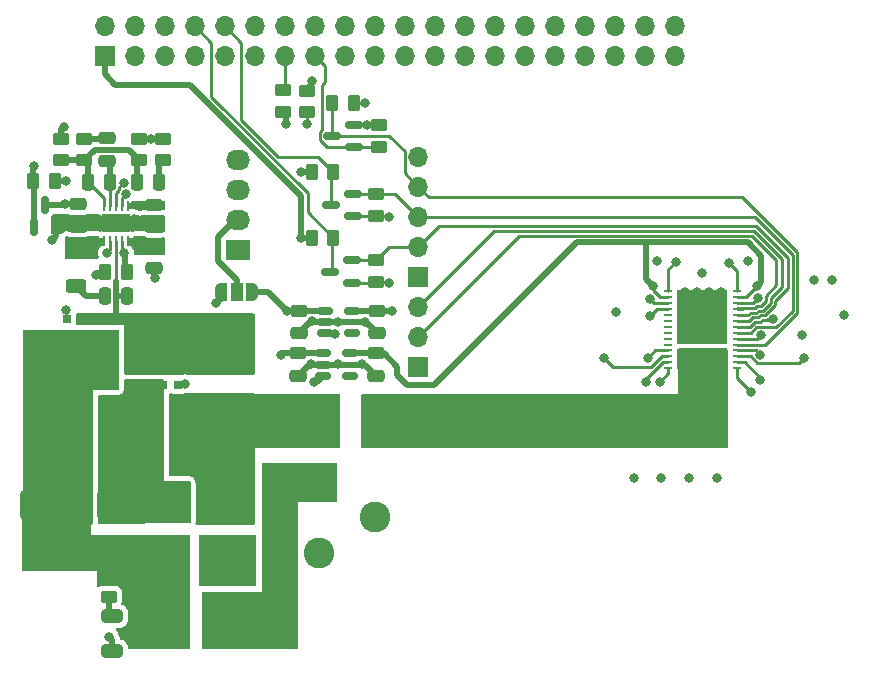
<source format=gtl>
G04 #@! TF.GenerationSoftware,KiCad,Pcbnew,7.0.7-7.0.7~ubuntu22.04.1*
G04 #@! TF.CreationDate,2023-10-22T18:43:05+02:00*
G04 #@! TF.ProjectId,bitaxeUltra,62697461-7865-4556-9c74-72612e6b6963,rev?*
G04 #@! TF.SameCoordinates,Original*
G04 #@! TF.FileFunction,Copper,L1,Top*
G04 #@! TF.FilePolarity,Positive*
%FSLAX46Y46*%
G04 Gerber Fmt 4.6, Leading zero omitted, Abs format (unit mm)*
G04 Created by KiCad (PCBNEW 7.0.7-7.0.7~ubuntu22.04.1) date 2023-10-22 18:43:05*
%MOMM*%
%LPD*%
G01*
G04 APERTURE LIST*
G04 Aperture macros list*
%AMRoundRect*
0 Rectangle with rounded corners*
0 $1 Rounding radius*
0 $2 $3 $4 $5 $6 $7 $8 $9 X,Y pos of 4 corners*
0 Add a 4 corners polygon primitive as box body*
4,1,4,$2,$3,$4,$5,$6,$7,$8,$9,$2,$3,0*
0 Add four circle primitives for the rounded corners*
1,1,$1+$1,$2,$3*
1,1,$1+$1,$4,$5*
1,1,$1+$1,$6,$7*
1,1,$1+$1,$8,$9*
0 Add four rect primitives between the rounded corners*
20,1,$1+$1,$2,$3,$4,$5,0*
20,1,$1+$1,$4,$5,$6,$7,0*
20,1,$1+$1,$6,$7,$8,$9,0*
20,1,$1+$1,$8,$9,$2,$3,0*%
%AMFreePoly0*
4,1,19,0.550000,-0.750000,0.000000,-0.750000,0.000000,-0.744911,-0.071157,-0.744911,-0.207708,-0.704816,-0.327430,-0.627875,-0.420627,-0.520320,-0.479746,-0.390866,-0.500000,-0.250000,-0.500000,0.250000,-0.479746,0.390866,-0.420627,0.520320,-0.327430,0.627875,-0.207708,0.704816,-0.071157,0.744911,0.000000,0.744911,0.000000,0.750000,0.550000,0.750000,0.550000,-0.750000,0.550000,-0.750000,
$1*%
%AMFreePoly1*
4,1,19,0.000000,0.744911,0.071157,0.744911,0.207708,0.704816,0.327430,0.627875,0.420627,0.520320,0.479746,0.390866,0.500000,0.250000,0.500000,-0.250000,0.479746,-0.390866,0.420627,-0.520320,0.327430,-0.627875,0.207708,-0.704816,0.071157,-0.744911,0.000000,-0.744911,0.000000,-0.750000,-0.550000,-0.750000,-0.550000,0.750000,0.000000,0.750000,0.000000,0.744911,0.000000,0.744911,
$1*%
G04 Aperture macros list end*
G04 #@! TA.AperFunction,SMDPad,CuDef*
%ADD10FreePoly0,180.000000*%
G04 #@! TD*
G04 #@! TA.AperFunction,SMDPad,CuDef*
%ADD11R,1.000000X1.500000*%
G04 #@! TD*
G04 #@! TA.AperFunction,SMDPad,CuDef*
%ADD12FreePoly1,180.000000*%
G04 #@! TD*
G04 #@! TA.AperFunction,SMDPad,CuDef*
%ADD13RoundRect,0.250000X-0.450000X0.262500X-0.450000X-0.262500X0.450000X-0.262500X0.450000X0.262500X0*%
G04 #@! TD*
G04 #@! TA.AperFunction,SMDPad,CuDef*
%ADD14R,4.245000X3.810000*%
G04 #@! TD*
G04 #@! TA.AperFunction,SMDPad,CuDef*
%ADD15RoundRect,0.150000X0.150000X-0.587500X0.150000X0.587500X-0.150000X0.587500X-0.150000X-0.587500X0*%
G04 #@! TD*
G04 #@! TA.AperFunction,ComponentPad*
%ADD16R,1.700000X1.700000*%
G04 #@! TD*
G04 #@! TA.AperFunction,ComponentPad*
%ADD17O,1.700000X1.700000*%
G04 #@! TD*
G04 #@! TA.AperFunction,SMDPad,CuDef*
%ADD18RoundRect,0.150000X-0.512500X-0.150000X0.512500X-0.150000X0.512500X0.150000X-0.512500X0.150000X0*%
G04 #@! TD*
G04 #@! TA.AperFunction,SMDPad,CuDef*
%ADD19RoundRect,0.250000X0.262500X0.450000X-0.262500X0.450000X-0.262500X-0.450000X0.262500X-0.450000X0*%
G04 #@! TD*
G04 #@! TA.AperFunction,SMDPad,CuDef*
%ADD20RoundRect,0.250000X-0.475000X0.250000X-0.475000X-0.250000X0.475000X-0.250000X0.475000X0.250000X0*%
G04 #@! TD*
G04 #@! TA.AperFunction,SMDPad,CuDef*
%ADD21RoundRect,0.250000X0.450000X-0.262500X0.450000X0.262500X-0.450000X0.262500X-0.450000X-0.262500X0*%
G04 #@! TD*
G04 #@! TA.AperFunction,SMDPad,CuDef*
%ADD22RoundRect,0.250000X0.250000X0.475000X-0.250000X0.475000X-0.250000X-0.475000X0.250000X-0.475000X0*%
G04 #@! TD*
G04 #@! TA.AperFunction,SMDPad,CuDef*
%ADD23RoundRect,0.250000X1.250000X0.550000X-1.250000X0.550000X-1.250000X-0.550000X1.250000X-0.550000X0*%
G04 #@! TD*
G04 #@! TA.AperFunction,SMDPad,CuDef*
%ADD24R,3.500000X2.950000*%
G04 #@! TD*
G04 #@! TA.AperFunction,SMDPad,CuDef*
%ADD25RoundRect,0.250000X-0.325000X-0.650000X0.325000X-0.650000X0.325000X0.650000X-0.325000X0.650000X0*%
G04 #@! TD*
G04 #@! TA.AperFunction,SMDPad,CuDef*
%ADD26RoundRect,0.250000X-1.000000X-0.900000X1.000000X-0.900000X1.000000X0.900000X-1.000000X0.900000X0*%
G04 #@! TD*
G04 #@! TA.AperFunction,SMDPad,CuDef*
%ADD27RoundRect,0.250000X-0.625000X0.312500X-0.625000X-0.312500X0.625000X-0.312500X0.625000X0.312500X0*%
G04 #@! TD*
G04 #@! TA.AperFunction,SMDPad,CuDef*
%ADD28RoundRect,0.250000X0.325000X0.650000X-0.325000X0.650000X-0.325000X-0.650000X0.325000X-0.650000X0*%
G04 #@! TD*
G04 #@! TA.AperFunction,ComponentPad*
%ADD29R,2.030000X1.730000*%
G04 #@! TD*
G04 #@! TA.AperFunction,ComponentPad*
%ADD30O,2.030000X1.730000*%
G04 #@! TD*
G04 #@! TA.AperFunction,SMDPad,CuDef*
%ADD31RoundRect,0.150000X0.587500X0.150000X-0.587500X0.150000X-0.587500X-0.150000X0.587500X-0.150000X0*%
G04 #@! TD*
G04 #@! TA.AperFunction,SMDPad,CuDef*
%ADD32R,0.700000X0.700000*%
G04 #@! TD*
G04 #@! TA.AperFunction,SMDPad,CuDef*
%ADD33R,4.510000X4.350000*%
G04 #@! TD*
G04 #@! TA.AperFunction,SMDPad,CuDef*
%ADD34RoundRect,0.250000X-0.250000X-0.475000X0.250000X-0.475000X0.250000X0.475000X-0.250000X0.475000X0*%
G04 #@! TD*
G04 #@! TA.AperFunction,SMDPad,CuDef*
%ADD35C,2.000000*%
G04 #@! TD*
G04 #@! TA.AperFunction,SMDPad,CuDef*
%ADD36R,0.792000X0.221000*%
G04 #@! TD*
G04 #@! TA.AperFunction,SMDPad,CuDef*
%ADD37R,4.277000X1.810000*%
G04 #@! TD*
G04 #@! TA.AperFunction,SMDPad,CuDef*
%ADD38R,4.277000X4.530000*%
G04 #@! TD*
G04 #@! TA.AperFunction,SMDPad,CuDef*
%ADD39RoundRect,0.250000X-0.262500X-0.450000X0.262500X-0.450000X0.262500X0.450000X-0.262500X0.450000X0*%
G04 #@! TD*
G04 #@! TA.AperFunction,SMDPad,CuDef*
%ADD40RoundRect,0.250000X-1.500000X-1.000000X1.500000X-1.000000X1.500000X1.000000X-1.500000X1.000000X0*%
G04 #@! TD*
G04 #@! TA.AperFunction,SMDPad,CuDef*
%ADD41RoundRect,0.250000X-0.650000X0.325000X-0.650000X-0.325000X0.650000X-0.325000X0.650000X0.325000X0*%
G04 #@! TD*
G04 #@! TA.AperFunction,SMDPad,CuDef*
%ADD42RoundRect,0.250000X0.475000X-0.250000X0.475000X0.250000X-0.475000X0.250000X-0.475000X-0.250000X0*%
G04 #@! TD*
G04 #@! TA.AperFunction,ComponentPad*
%ADD43R,2.600000X2.600000*%
G04 #@! TD*
G04 #@! TA.AperFunction,ComponentPad*
%ADD44C,2.600000*%
G04 #@! TD*
G04 #@! TA.AperFunction,SMDPad,CuDef*
%ADD45R,0.280000X0.850000*%
G04 #@! TD*
G04 #@! TA.AperFunction,ComponentPad*
%ADD46C,0.600000*%
G04 #@! TD*
G04 #@! TA.AperFunction,SMDPad,CuDef*
%ADD47R,0.700000X0.280000*%
G04 #@! TD*
G04 #@! TA.AperFunction,SMDPad,CuDef*
%ADD48R,2.400000X1.650000*%
G04 #@! TD*
G04 #@! TA.AperFunction,ViaPad*
%ADD49C,0.800000*%
G04 #@! TD*
G04 #@! TA.AperFunction,Conductor*
%ADD50C,0.508000*%
G04 #@! TD*
G04 #@! TA.AperFunction,Conductor*
%ADD51C,0.254000*%
G04 #@! TD*
G04 APERTURE END LIST*
D10*
X194200000Y-80500000D03*
D11*
X192900000Y-80500000D03*
D12*
X191600000Y-80500000D03*
D13*
X204724000Y-72239500D03*
X204724000Y-74064500D03*
D14*
X205511000Y-91694000D03*
X199136000Y-91694000D03*
D15*
X175708000Y-75010700D03*
X177608000Y-75010700D03*
X176658000Y-73135700D03*
D16*
X208280000Y-79248000D03*
D17*
X208280000Y-76708000D03*
X208280000Y-74168000D03*
X208280000Y-71628000D03*
X208280000Y-69088000D03*
D18*
X200255500Y-85730000D03*
X200255500Y-86680000D03*
X200255500Y-87630000D03*
X202530500Y-87630000D03*
X202530500Y-85730000D03*
D19*
X183592200Y-78873800D03*
X181767200Y-78873800D03*
D20*
X185949314Y-76636937D03*
X185949314Y-78536937D03*
D19*
X177519700Y-71126800D03*
X175694700Y-71126800D03*
D21*
X198882000Y-65325000D03*
X198882000Y-63500000D03*
D22*
X186360800Y-71201337D03*
X184460800Y-71201337D03*
D23*
X191222200Y-97572300D03*
X186822200Y-97572300D03*
D13*
X184648800Y-67545637D03*
X184648800Y-69370637D03*
D24*
X192331700Y-85325400D03*
X192331700Y-90775400D03*
D13*
X186630000Y-67545637D03*
X186630000Y-69370637D03*
D25*
X180034500Y-90354600D03*
X182984500Y-90354600D03*
D26*
X187334000Y-103124000D03*
X191634000Y-103124000D03*
D27*
X179294514Y-77104837D03*
X179294514Y-80029837D03*
D13*
X178075314Y-67545637D03*
X178075314Y-69370637D03*
D28*
X187814100Y-92742200D03*
X184864100Y-92742200D03*
D19*
X201094250Y-70358000D03*
X199269250Y-70358000D03*
D13*
X180005714Y-67545637D03*
X180005714Y-69370637D03*
D19*
X201094250Y-75946000D03*
X199269250Y-75946000D03*
D20*
X204827500Y-82108000D03*
X204827500Y-84008000D03*
D29*
X192994000Y-76952000D03*
D30*
X192994000Y-74412000D03*
X192994000Y-71872000D03*
X192994000Y-69332000D03*
D16*
X181737000Y-60568000D03*
D17*
X181737000Y-58028000D03*
X184277000Y-60568000D03*
X184277000Y-58028000D03*
X186817000Y-60568000D03*
X186817000Y-58028000D03*
X189357000Y-60568000D03*
X189357000Y-58028000D03*
X191897000Y-60568000D03*
X191897000Y-58028000D03*
X194437000Y-60568000D03*
X194437000Y-58028000D03*
X196977000Y-60568000D03*
X196977000Y-58028000D03*
X199517000Y-60568000D03*
X199517000Y-58028000D03*
X202057000Y-60568000D03*
X202057000Y-58028000D03*
X204597000Y-60568000D03*
X204597000Y-58028000D03*
X207137000Y-60568000D03*
X207137000Y-58028000D03*
X209677000Y-60568000D03*
X209677000Y-58028000D03*
X212217000Y-60568000D03*
X212217000Y-58028000D03*
X214757000Y-60568000D03*
X214757000Y-58028000D03*
X217297000Y-60568000D03*
X217297000Y-58028000D03*
X219837000Y-60568000D03*
X219837000Y-58028000D03*
X222377000Y-60568000D03*
X222377000Y-58028000D03*
X224917000Y-60568000D03*
X224917000Y-58028000D03*
X227457000Y-60568000D03*
X227457000Y-58028000D03*
X229997000Y-60568000D03*
X229997000Y-58028000D03*
D31*
X202692000Y-79756000D03*
X202692000Y-77856000D03*
X200817000Y-78806000D03*
D32*
X182322200Y-82804800D03*
X181052200Y-82804800D03*
X179782200Y-82804800D03*
X178512200Y-82804800D03*
D33*
X180417200Y-85934800D03*
D32*
X182322200Y-88404800D03*
X181052200Y-88404800D03*
X179782200Y-88404800D03*
X178512200Y-88404800D03*
X184100200Y-88404800D03*
X185370200Y-88404800D03*
X186640200Y-88404800D03*
X187910200Y-88404800D03*
D33*
X186005200Y-85274800D03*
D32*
X184100200Y-82804800D03*
X185370200Y-82804800D03*
X186640200Y-82804800D03*
X187910200Y-82804800D03*
D34*
X181729700Y-80905800D03*
X183629700Y-80905800D03*
D20*
X179452000Y-73123200D03*
X179452000Y-75023200D03*
X198091000Y-85730000D03*
X198091000Y-87630000D03*
D13*
X182118000Y-104497500D03*
X182118000Y-106322500D03*
D20*
X198223500Y-82108000D03*
X198223500Y-84008000D03*
D35*
X192786000Y-94488000D03*
D36*
X235263000Y-86997000D03*
X235263000Y-86495000D03*
X235263000Y-85993000D03*
X235263000Y-85491000D03*
X235263000Y-84989000D03*
X235263000Y-84487000D03*
X235263000Y-83985000D03*
X235263000Y-83483000D03*
X235263000Y-82981000D03*
X235263000Y-82479000D03*
X235263000Y-81977000D03*
X235263000Y-81475000D03*
X235263000Y-80973000D03*
X235263000Y-80471000D03*
X229431000Y-80484000D03*
X229431000Y-80984000D03*
X229431000Y-81484000D03*
X229431000Y-81984000D03*
X229431000Y-82484000D03*
X229431000Y-82981000D03*
X229431000Y-83484000D03*
X229431000Y-83985000D03*
X229431000Y-84487000D03*
X229431000Y-84989000D03*
X229431000Y-85491000D03*
X229431000Y-85984000D03*
X229431000Y-86495000D03*
X229431000Y-86984000D03*
D37*
X232347000Y-86202000D03*
D38*
X232347000Y-82626000D03*
D39*
X201017500Y-64516000D03*
X202842500Y-64516000D03*
D40*
X176374200Y-98552000D03*
X182874200Y-98552000D03*
D21*
X196850000Y-65278000D03*
X196850000Y-63453000D03*
D41*
X182372000Y-107999000D03*
X182372000Y-110949000D03*
D20*
X204695000Y-85730000D03*
X204695000Y-87630000D03*
D42*
X181936114Y-69408137D03*
X181936114Y-67508137D03*
D25*
X180034500Y-92742200D03*
X182984500Y-92742200D03*
D28*
X187814100Y-90354600D03*
X184864100Y-90354600D03*
D16*
X208280000Y-86868000D03*
D17*
X208280000Y-84328000D03*
X208280000Y-81788000D03*
D43*
X199898000Y-96616000D03*
D44*
X199898000Y-102616000D03*
X204598000Y-99616000D03*
D14*
X186157000Y-108204000D03*
X192532000Y-108204000D03*
D31*
X202789000Y-74102000D03*
X202789000Y-72202000D03*
X200914000Y-73152000D03*
D18*
X200388000Y-82108000D03*
X200388000Y-83058000D03*
X200388000Y-84008000D03*
X202663000Y-84008000D03*
X202663000Y-82108000D03*
D45*
X183701714Y-73259537D03*
X183201714Y-73259537D03*
X182701714Y-73259537D03*
X182201714Y-73259537D03*
X181701714Y-73259537D03*
X181701714Y-76209537D03*
X182201714Y-76209537D03*
X182701714Y-76209537D03*
X183201714Y-76209537D03*
X183701714Y-76209537D03*
D46*
X183561714Y-74254537D03*
X181841714Y-74254537D03*
D47*
X184251714Y-74484537D03*
X181151714Y-74484537D03*
D46*
X182701714Y-74734537D03*
D48*
X182701714Y-74734537D03*
D47*
X184251714Y-74984537D03*
X181151714Y-74984537D03*
D46*
X183561714Y-75214537D03*
X181841714Y-75214537D03*
D31*
X202867500Y-68260000D03*
X202867500Y-66360000D03*
X200992500Y-67310000D03*
D22*
X182190114Y-71201337D03*
X180290114Y-71201337D03*
D13*
X204724000Y-77827500D03*
X204724000Y-79652500D03*
D20*
X185949314Y-73146937D03*
X185949314Y-75046937D03*
D13*
X204978000Y-66397500D03*
X204978000Y-68222500D03*
D49*
X177200000Y-84300000D03*
X184700000Y-73259537D03*
X191200000Y-81500000D03*
X184900000Y-101900000D03*
X186005200Y-89762800D03*
X236205209Y-77901612D03*
X186005200Y-92762800D03*
X233934000Y-83362800D03*
X231902000Y-83362800D03*
X181755200Y-89762800D03*
X230886000Y-83362800D03*
X186005200Y-93762800D03*
X240792000Y-84201000D03*
X231902000Y-80568800D03*
X181039970Y-79135647D03*
X232918000Y-80568800D03*
X231902000Y-81889600D03*
X232918000Y-83362800D03*
X181755200Y-90762800D03*
X232308400Y-78892400D03*
X178308000Y-66548000D03*
X203962000Y-66360000D03*
X226517200Y-96316800D03*
X230886000Y-81889600D03*
X244348000Y-82484000D03*
X230886000Y-80568800D03*
X182118000Y-109728000D03*
X228854000Y-96316800D03*
X186005200Y-90762800D03*
X178436000Y-71126800D03*
X201525500Y-83058000D03*
X186005200Y-91762800D03*
X233934000Y-80568800D03*
X233578400Y-96316800D03*
X233934000Y-81889600D03*
X193548000Y-103124000D03*
X177267600Y-76105200D03*
X232918000Y-81889600D03*
X203557500Y-86614000D03*
X228472036Y-77890343D03*
X199239500Y-86614000D03*
X181755200Y-91762800D03*
X181755200Y-93762800D03*
X201525500Y-86614000D03*
X231241600Y-96316800D03*
X203811500Y-83058000D03*
X181755200Y-92762800D03*
X185970921Y-79351268D03*
X199268711Y-83028789D03*
X205843500Y-74168000D03*
X206031502Y-82107998D03*
X243332000Y-79502000D03*
X203811500Y-64516000D03*
X241808000Y-79502000D03*
X205843500Y-79756000D03*
X230073200Y-77978000D03*
X234600000Y-78100000D03*
X237236000Y-85852000D03*
X240919000Y-86106000D03*
X237236000Y-88011000D03*
X236474000Y-89027000D03*
X233629200Y-93319600D03*
X228904800Y-93319600D03*
X230886000Y-87833200D03*
X231902000Y-87833200D03*
X226517200Y-93268800D03*
X232918000Y-86868000D03*
X233934000Y-86868000D03*
X233934000Y-87833200D03*
X231241600Y-93319600D03*
X230886000Y-86868000D03*
X231902000Y-86868000D03*
X232918000Y-87833200D03*
X228727000Y-88138000D03*
X227584000Y-88138000D03*
X224028000Y-86106000D03*
X227711000Y-86106000D03*
X196699500Y-85852000D03*
X197207500Y-82108000D03*
X199493500Y-88138004D03*
X201271500Y-84074000D03*
X228193600Y-80060844D03*
X236982000Y-80060800D03*
X224993200Y-82245200D03*
X238316028Y-82813879D03*
X237295975Y-84186015D03*
X197104000Y-66294000D03*
X198374000Y-70358000D03*
X198374000Y-75946000D03*
X198882000Y-66294000D03*
X237032800Y-81026000D03*
X227914061Y-81123655D03*
X183337536Y-71318611D03*
X175768000Y-69850000D03*
X183389000Y-77248200D03*
X188519800Y-88322600D03*
X181966600Y-77248200D03*
X178461400Y-82074200D03*
X183551503Y-72246155D03*
X178334400Y-73108000D03*
X185674000Y-67545637D03*
X189484000Y-90354600D03*
X199307706Y-62655706D03*
X227888800Y-82600800D03*
D50*
X180417200Y-85934800D02*
X178834800Y-85934800D01*
X178834800Y-85934800D02*
X177200000Y-84300000D01*
D51*
X184700000Y-73259537D02*
X185836714Y-73259537D01*
X183701714Y-73259537D02*
X184700000Y-73259537D01*
D50*
X194200000Y-80500000D02*
X195599500Y-80500000D01*
X195599500Y-80500000D02*
X197207500Y-82108000D01*
X191600000Y-80500000D02*
X191600000Y-81100000D01*
X191600000Y-81100000D02*
X191200000Y-81500000D01*
X192900000Y-80500000D02*
X192900000Y-79550800D01*
X192900000Y-79550800D02*
X191300000Y-77950800D01*
X191300000Y-77950800D02*
X191300000Y-75900000D01*
X191300000Y-75900000D02*
X192788000Y-74412000D01*
X192788000Y-74412000D02*
X192994000Y-74412000D01*
D51*
X235263000Y-78763000D02*
X234600000Y-78100000D01*
X235263000Y-80471000D02*
X235263000Y-78763000D01*
D50*
X199239500Y-86614000D02*
X199173500Y-86680000D01*
X200255500Y-86680000D02*
X199305500Y-86680000D01*
X201525500Y-83058000D02*
X203811500Y-83058000D01*
X200388000Y-83058000D02*
X201525500Y-83058000D01*
X199202711Y-83028789D02*
X199268711Y-83028789D01*
X182984500Y-92742200D02*
X184864100Y-92742200D01*
X179452000Y-75023200D02*
X181113051Y-75023200D01*
X203557500Y-86614000D02*
X203623500Y-86680000D01*
X178075314Y-66780686D02*
X178308000Y-66548000D01*
X177519700Y-71126800D02*
X178436000Y-71126800D01*
X203491500Y-86680000D02*
X203557500Y-86614000D01*
X199297922Y-83058000D02*
X199268711Y-83028789D01*
X182372000Y-109982000D02*
X182118000Y-109728000D01*
X181301817Y-78873800D02*
X181039970Y-79135647D01*
X199041000Y-86680000D02*
X198091000Y-87630000D01*
X199305500Y-86680000D02*
X199239500Y-86614000D01*
X185949314Y-79329661D02*
X185970921Y-79351268D01*
X203623500Y-86680000D02*
X203745000Y-86680000D01*
D51*
X204940500Y-66360000D02*
X204978000Y-66397500D01*
D50*
X185172600Y-88392000D02*
X186436000Y-88392000D01*
X203745000Y-86680000D02*
X204695000Y-87630000D01*
X183874300Y-88392000D02*
X185172600Y-88392000D01*
X200388000Y-83058000D02*
X199297922Y-83058000D01*
X201591500Y-86680000D02*
X203491500Y-86680000D01*
X200255500Y-86680000D02*
X201459500Y-86680000D01*
X183729314Y-75046937D02*
X183561714Y-75214537D01*
X181767200Y-78873800D02*
X181301817Y-78873800D01*
X199173500Y-86680000D02*
X199041000Y-86680000D01*
X184864100Y-88700500D02*
X185172600Y-88392000D01*
X178075314Y-67545637D02*
X178075314Y-66780686D01*
X182372000Y-110695000D02*
X182372000Y-109982000D01*
X203811500Y-83058000D02*
X203877500Y-83058000D01*
X185949314Y-75046937D02*
X183729314Y-75046937D01*
X181113051Y-75023200D02*
X181151714Y-74984537D01*
X177608000Y-75010700D02*
X177608000Y-75764800D01*
X177608000Y-75764800D02*
X177267600Y-76105200D01*
X185949314Y-78536937D02*
X185949314Y-79329661D01*
X182984500Y-90354600D02*
X184864100Y-90354600D01*
X184864100Y-90354600D02*
X184864100Y-88700500D01*
X184864100Y-92742200D02*
X184864100Y-90354600D01*
X198223500Y-84008000D02*
X199202711Y-83028789D01*
X203877500Y-83058000D02*
X204827500Y-84008000D01*
X201525500Y-86614000D02*
X201591500Y-86680000D01*
D51*
X202867500Y-66360000D02*
X204940500Y-66360000D01*
D50*
X201459500Y-86680000D02*
X201525500Y-86614000D01*
X204827500Y-82108000D02*
X206031500Y-82108000D01*
D51*
X202842500Y-64516000D02*
X203811500Y-64516000D01*
X204724000Y-74064500D02*
X205740000Y-74064500D01*
X202692000Y-79756000D02*
X204620500Y-79756000D01*
X204686500Y-74102000D02*
X204724000Y-74064500D01*
X204620500Y-79756000D02*
X204724000Y-79652500D01*
X205740000Y-74064500D02*
X205843500Y-74168000D01*
X229431000Y-80484000D02*
X229431000Y-78620200D01*
X205740000Y-79652500D02*
X205843500Y-79756000D01*
X229431000Y-78620200D02*
X230073200Y-77978000D01*
D50*
X206031500Y-82108000D02*
X206031502Y-82107998D01*
X202663000Y-82108000D02*
X204827500Y-82108000D01*
D51*
X202789000Y-74102000D02*
X204686500Y-74102000D01*
X204724000Y-79652500D02*
X205740000Y-79652500D01*
X236875000Y-85491000D02*
X237236000Y-85852000D01*
X235263000Y-85491000D02*
X236875000Y-85491000D01*
X240493600Y-86531400D02*
X240919000Y-86106000D01*
X236954583Y-86531400D02*
X240493600Y-86531400D01*
X235263000Y-85993000D02*
X236416183Y-85993000D01*
X236416183Y-85993000D02*
X236954583Y-86531400D01*
X237236000Y-87818000D02*
X237236000Y-88011000D01*
X235263000Y-86495000D02*
X235913000Y-86495000D01*
X235913000Y-86495000D02*
X237236000Y-87818000D01*
X235263000Y-87816000D02*
X236474000Y-89027000D01*
X235263000Y-86997000D02*
X235263000Y-87816000D01*
X229431000Y-87434000D02*
X228727000Y-88138000D01*
X229431000Y-86984000D02*
X229431000Y-87434000D01*
X228973000Y-86495000D02*
X227584000Y-87884000D01*
X227584000Y-87884000D02*
X227584000Y-88138000D01*
X229431000Y-86495000D02*
X228973000Y-86495000D01*
X229431000Y-85984000D02*
X228909264Y-85984000D01*
X228909264Y-85984000D02*
X228025264Y-86868000D01*
X224790000Y-86868000D02*
X224028000Y-86106000D01*
X228025264Y-86868000D02*
X224790000Y-86868000D01*
X229431000Y-85491000D02*
X228326000Y-85491000D01*
X228326000Y-85491000D02*
X227711000Y-86106000D01*
D50*
X198091000Y-85730000D02*
X196821500Y-85730000D01*
X198091000Y-85730000D02*
X200255500Y-85730000D01*
X201205500Y-84008000D02*
X201271500Y-84074000D01*
X200388000Y-84008000D02*
X201205500Y-84008000D01*
X196821500Y-85730000D02*
X196699500Y-85852000D01*
X199747496Y-88138004D02*
X199493500Y-88138004D01*
X200255500Y-87630000D02*
X199747496Y-88138004D01*
X198223500Y-82108000D02*
X200388000Y-82108000D01*
X202530500Y-85730000D02*
X204695000Y-85730000D01*
D51*
X229431000Y-80984000D02*
X228781000Y-80984000D01*
D50*
X206502000Y-86868000D02*
X206502000Y-87602800D01*
D51*
X236069800Y-80973000D02*
X236982000Y-80060800D01*
D50*
X204695000Y-85730000D02*
X205364000Y-85730000D01*
X237337600Y-79705200D02*
X236982000Y-80060800D01*
X206502000Y-87602800D02*
X207291200Y-88392000D01*
D51*
X228193600Y-80396600D02*
X228193600Y-80060844D01*
D50*
X205364000Y-85730000D02*
X206502000Y-86868000D01*
X227584000Y-76301600D02*
X236169200Y-76301600D01*
X221691200Y-76301600D02*
X227584000Y-76301600D01*
X236169200Y-76301600D02*
X237337600Y-77470000D01*
X227584000Y-76301600D02*
X227584000Y-79451244D01*
X237337600Y-77470000D02*
X237337600Y-79705200D01*
X207291200Y-88392000D02*
X209600800Y-88392000D01*
D51*
X228781000Y-80984000D02*
X228193600Y-80396600D01*
D50*
X227584000Y-79451244D02*
X228193600Y-80060844D01*
D51*
X235263000Y-80973000D02*
X236069800Y-80973000D01*
D50*
X209600800Y-88392000D02*
X221691200Y-76301600D01*
D51*
X239572800Y-80240689D02*
X239572800Y-77657264D01*
X204695500Y-77856000D02*
X204724000Y-77827500D01*
X202692000Y-77856000D02*
X204695500Y-77856000D01*
X237088808Y-82694200D02*
X237264808Y-82518200D01*
X238525000Y-81288489D02*
X239572800Y-80240689D01*
X236870935Y-74955399D02*
X210032601Y-74955399D01*
X236296999Y-82981000D02*
X236583801Y-82694200D01*
X239572800Y-77657264D02*
X236870935Y-74955399D01*
X236583801Y-82694200D02*
X237088808Y-82694200D01*
X238525000Y-81644089D02*
X238525000Y-81288489D01*
X204724000Y-77827500D02*
X205843500Y-76708000D01*
X237264808Y-82518200D02*
X237650889Y-82518200D01*
X235263000Y-82981000D02*
X236296999Y-82981000D01*
X210032601Y-74955399D02*
X208280000Y-76708000D01*
X205843500Y-76708000D02*
X208280000Y-76708000D01*
X237650889Y-82518200D02*
X238525000Y-81644089D01*
X238482123Y-83507000D02*
X238495844Y-83493279D01*
X238495844Y-83493279D02*
X238597445Y-83493279D01*
X236778800Y-74168000D02*
X208280000Y-74168000D01*
X206351500Y-72239500D02*
X204724000Y-72239500D01*
X236920473Y-83507000D02*
X238482123Y-83507000D01*
X239979200Y-77368400D02*
X236778800Y-74168000D01*
X204686500Y-72202000D02*
X204724000Y-72239500D01*
X236442472Y-83985000D02*
X236920473Y-83507000D01*
X208280000Y-74168000D02*
X206351500Y-72239500D01*
X202789000Y-72202000D02*
X204686500Y-72202000D01*
X238597445Y-83493279D02*
X239979200Y-82111524D01*
X235263000Y-83985000D02*
X236442472Y-83985000D01*
X239979200Y-82111524D02*
X239979200Y-77368400D01*
X209152000Y-72500000D02*
X208280000Y-71628000D01*
X240385600Y-82279860D02*
X240385600Y-77165200D01*
X235720400Y-72500000D02*
X209152000Y-72500000D01*
X207150600Y-68617100D02*
X207150600Y-70498600D01*
X240385600Y-77165200D02*
X235720400Y-72500000D01*
X235263000Y-84989000D02*
X237676460Y-84989000D01*
X205843500Y-67310000D02*
X207150600Y-68617100D01*
X201017500Y-67285000D02*
X200992500Y-67310000D01*
X205843500Y-67310000D02*
X200992500Y-67310000D01*
X201017500Y-64516000D02*
X201017500Y-67285000D01*
X207150600Y-70498600D02*
X208280000Y-71628000D01*
X237676460Y-84989000D02*
X240385600Y-82279860D01*
X237929946Y-82813879D02*
X238316028Y-82813879D01*
X236369736Y-83483000D02*
X236752137Y-83100600D01*
X237819225Y-82924600D02*
X237929946Y-82813879D01*
X237433144Y-82924600D02*
X237819225Y-82924600D01*
X237257144Y-83100600D02*
X237433144Y-82924600D01*
X235263000Y-83483000D02*
X236369736Y-83483000D01*
X236752137Y-83100600D02*
X237257144Y-83100600D01*
X235263000Y-84487000D02*
X236994990Y-84487000D01*
X236994990Y-84487000D02*
X237295975Y-84186015D01*
X236920472Y-82287800D02*
X237096472Y-82111800D01*
X214706201Y-75361799D02*
X208280000Y-81788000D01*
X237096472Y-82111800D02*
X237482553Y-82111800D01*
X236224266Y-82479000D02*
X236415466Y-82287800D01*
X236415466Y-82287800D02*
X236920472Y-82287800D01*
X238118600Y-81475753D02*
X238118600Y-81069353D01*
X236702599Y-75361799D02*
X214706201Y-75361799D01*
X239064800Y-77724000D02*
X236702599Y-75361799D01*
X237482553Y-82111800D02*
X238118600Y-81475753D01*
X239064800Y-80123153D02*
X239064800Y-77724000D01*
X238118600Y-81069353D02*
X239064800Y-80123153D01*
X235263000Y-82479000D02*
X236224266Y-82479000D01*
X236928136Y-81705400D02*
X237314217Y-81705400D01*
X237712200Y-81307417D02*
X237712200Y-80850217D01*
X235263000Y-81977000D02*
X235358600Y-81881400D01*
X238607600Y-79954817D02*
X238607600Y-77841536D01*
X216839801Y-75768199D02*
X208280000Y-84328000D01*
X238607600Y-77841536D02*
X236534263Y-75768199D01*
X236534263Y-75768199D02*
X216839801Y-75768199D01*
X235263000Y-81977000D02*
X235777000Y-81977000D01*
X237314217Y-81705400D02*
X237712200Y-81307417D01*
X236752136Y-81881400D02*
X236928136Y-81705400D01*
X237712200Y-80850217D02*
X238607600Y-79954817D01*
X235358600Y-81881400D02*
X236752136Y-81881400D01*
D50*
X199269250Y-70358000D02*
X198374000Y-70358000D01*
X181737000Y-60568000D02*
X181737000Y-62103000D01*
X188976000Y-62992000D02*
X198374000Y-72390000D01*
D51*
X198882000Y-65325000D02*
X198882000Y-66294000D01*
D50*
X198374000Y-72390000D02*
X198374000Y-75946000D01*
X181737000Y-62103000D02*
X182626000Y-62992000D01*
X197104000Y-66294000D02*
X197104000Y-65278000D01*
X199269250Y-75946000D02*
X198374000Y-75946000D01*
X182626000Y-62992000D02*
X188976000Y-62992000D01*
D51*
X236583800Y-81475000D02*
X237032800Y-81026000D01*
X235263000Y-81475000D02*
X236583800Y-81475000D01*
X229431000Y-81484000D02*
X228274406Y-81484000D01*
X228274406Y-81484000D02*
X227914061Y-81123655D01*
X202867500Y-68260000D02*
X200597737Y-68260000D01*
X204940500Y-68260000D02*
X204978000Y-68222500D01*
X200367000Y-62777000D02*
X200367000Y-61418000D01*
X200367000Y-61418000D02*
X199517000Y-60568000D01*
X200152000Y-66805737D02*
X200152000Y-62992000D01*
X200597737Y-68260000D02*
X199975600Y-67637863D01*
X202867500Y-68260000D02*
X204940500Y-68260000D01*
X199975600Y-67637863D02*
X199975600Y-66982137D01*
X199975600Y-66982137D02*
X200152000Y-66805737D01*
X200152000Y-62992000D02*
X200367000Y-62777000D01*
X196977000Y-63326000D02*
X197104000Y-63453000D01*
X182969514Y-71895622D02*
X182701714Y-72163422D01*
X182969514Y-71686633D02*
X182969514Y-71895622D01*
X183337536Y-71318611D02*
X182969514Y-71686633D01*
X182701714Y-72163422D02*
X182701714Y-73259537D01*
X196977000Y-60568000D02*
X196977000Y-63326000D01*
D50*
X175708000Y-75010700D02*
X175708000Y-71140100D01*
X175694700Y-69923300D02*
X175768000Y-69850000D01*
X175694700Y-71126800D02*
X175694700Y-69923300D01*
X175708000Y-71140100D02*
X175694700Y-71126800D01*
D51*
X193307600Y-65994522D02*
X196401078Y-69088000D01*
X200914000Y-70461500D02*
X200914000Y-73152000D01*
X191897000Y-58028000D02*
X193307600Y-59438600D01*
X201017500Y-70358000D02*
X200914000Y-70461500D01*
X199824250Y-69088000D02*
X201094250Y-70358000D01*
X193307600Y-59438600D02*
X193307600Y-65994522D01*
X196401078Y-69088000D02*
X199824250Y-69088000D01*
X190767600Y-64029258D02*
X198907400Y-72169058D01*
X201017500Y-78605500D02*
X200817000Y-78806000D01*
X198907401Y-73759151D02*
X201094250Y-75946000D01*
X201017500Y-75946000D02*
X201017500Y-78605500D01*
X190767600Y-59438600D02*
X190767600Y-64029258D01*
X200668065Y-78806000D02*
X200817000Y-78806000D01*
X198907400Y-72169058D02*
X198907401Y-73759151D01*
X189357000Y-58028000D02*
X190767600Y-59438600D01*
D50*
X182679700Y-80778800D02*
X182679700Y-79602090D01*
X179766687Y-82887000D02*
X181030087Y-82887000D01*
X181030087Y-82887000D02*
X182328387Y-82887000D01*
X182806700Y-80905800D02*
X182679700Y-80778800D01*
X183629700Y-80905800D02*
X182806700Y-80905800D01*
D51*
X182701714Y-76209537D02*
X182701714Y-79580076D01*
D50*
X182328387Y-82887000D02*
X182679700Y-82535687D01*
D51*
X182701714Y-79580076D02*
X182679700Y-79602090D01*
D50*
X182679700Y-82535687D02*
X182679700Y-80778800D01*
X183465200Y-78746800D02*
X183465200Y-77324400D01*
D51*
X183201714Y-76209537D02*
X183201714Y-77197400D01*
D50*
X183592200Y-78873800D02*
X183465200Y-78746800D01*
X183465200Y-77324400D02*
X183389000Y-77248200D01*
D51*
X187803700Y-88322600D02*
X187734300Y-88392000D01*
X183338200Y-77197400D02*
X183389000Y-77248200D01*
X188519800Y-88322600D02*
X187803700Y-88322600D01*
X183201714Y-77197400D02*
X183338200Y-77197400D01*
X178461400Y-82074200D02*
X178461400Y-82880013D01*
X178461400Y-82880013D02*
X178468387Y-82887000D01*
X182201714Y-76209537D02*
X182201714Y-77013086D01*
X182201714Y-77013086D02*
X181966600Y-77248200D01*
X183201714Y-72580537D02*
X183536096Y-72246155D01*
X183536096Y-72246155D02*
X183551503Y-72246155D01*
D50*
X176658000Y-73135700D02*
X178306700Y-73135700D01*
D51*
X178334400Y-73108000D02*
X179436800Y-73108000D01*
D50*
X178306700Y-73135700D02*
X178334400Y-73108000D01*
D51*
X179436800Y-73108000D02*
X179452000Y-73123200D01*
X183201714Y-73259537D02*
X183201714Y-72580537D01*
X185836714Y-73259537D02*
X185949314Y-73146937D01*
X182201714Y-71212937D02*
X182190114Y-71201337D01*
D50*
X182190114Y-71201337D02*
X182190114Y-69662137D01*
D51*
X182201714Y-73259537D02*
X182201714Y-71212937D01*
D50*
X182190114Y-69662137D02*
X181936114Y-69408137D01*
X180290114Y-71201337D02*
X180290114Y-69655037D01*
X180874614Y-68501737D02*
X183779901Y-68501737D01*
X180005714Y-69370637D02*
X180874614Y-68501737D01*
X184460800Y-71201337D02*
X184460800Y-69558637D01*
X180290114Y-69655037D02*
X180005714Y-69370637D01*
X178075314Y-69370637D02*
X180005714Y-69370637D01*
X184460800Y-69558637D02*
X184648800Y-69370637D01*
X183779900Y-68501737D02*
X184648800Y-69370637D01*
X183779901Y-68501737D02*
X183944482Y-68666318D01*
D51*
X181701714Y-72612937D02*
X180290114Y-71201337D01*
X181701714Y-73259537D02*
X181701714Y-72612937D01*
D50*
X181898614Y-67545637D02*
X181936114Y-67508137D01*
X180005714Y-67545637D02*
X181898614Y-67545637D01*
X186360800Y-71201337D02*
X186360800Y-69639837D01*
X186360800Y-69639837D02*
X186630000Y-69370637D01*
X179294514Y-80029837D02*
X179276100Y-80048251D01*
X180170477Y-80905800D02*
X179294514Y-80029837D01*
X181729700Y-80905800D02*
X180170477Y-80905800D01*
X180034500Y-92742200D02*
X180034500Y-90354600D01*
X184648800Y-67545637D02*
X185674000Y-67545637D01*
X187814100Y-92742200D02*
X187814100Y-90354600D01*
X185674000Y-67545637D02*
X186630000Y-67545637D01*
X191910900Y-90354600D02*
X192331700Y-90775400D01*
X187814100Y-90354600D02*
X191910900Y-90354600D01*
X182118000Y-106068500D02*
X182118000Y-107491000D01*
X182118000Y-107491000D02*
X182372000Y-107745000D01*
D51*
X198882000Y-63081412D02*
X199307706Y-62655706D01*
X198882000Y-63500000D02*
X198882000Y-63081412D01*
X228505600Y-81984000D02*
X227888800Y-82600800D01*
X229431000Y-81984000D02*
X228505600Y-81984000D01*
G04 #@! TA.AperFunction,Conductor*
G36*
X178654247Y-73938067D02*
G01*
X178716602Y-73974944D01*
X178742097Y-73982351D01*
X178874426Y-74020797D01*
X178874429Y-74020797D01*
X178874431Y-74020798D01*
X178886722Y-74021765D01*
X178911304Y-74023700D01*
X178911306Y-74023700D01*
X179992696Y-74023700D01*
X180011131Y-74022249D01*
X180029569Y-74020798D01*
X180029571Y-74020797D01*
X180029573Y-74020797D01*
X180071191Y-74008705D01*
X180187398Y-73974944D01*
X180249752Y-73938067D01*
X180312873Y-73920800D01*
X181180223Y-73920800D01*
X181247262Y-73940485D01*
X181267899Y-73957114D01*
X181323372Y-74012587D01*
X181391769Y-74047437D01*
X181436412Y-74070184D01*
X181530189Y-74085036D01*
X181530195Y-74085037D01*
X181873232Y-74085036D01*
X181873234Y-74085036D01*
X181890379Y-74082320D01*
X181932317Y-74075678D01*
X181971108Y-74075678D01*
X182030195Y-74085037D01*
X182373232Y-74085036D01*
X182373234Y-74085036D01*
X182390379Y-74082320D01*
X182432317Y-74075678D01*
X182471108Y-74075678D01*
X182530195Y-74085037D01*
X182873232Y-74085036D01*
X182873234Y-74085036D01*
X182890379Y-74082320D01*
X182932317Y-74075678D01*
X182971108Y-74075678D01*
X183030195Y-74085037D01*
X183373232Y-74085036D01*
X183373234Y-74085036D01*
X183390379Y-74082320D01*
X183432317Y-74075678D01*
X183471108Y-74075678D01*
X183530195Y-74085037D01*
X183873232Y-74085036D01*
X183967018Y-74070183D01*
X184080056Y-74012587D01*
X184131222Y-73961420D01*
X184192546Y-73927934D01*
X184262238Y-73932918D01*
X184284877Y-73944107D01*
X184350473Y-73985324D01*
X184350477Y-73985325D01*
X184350478Y-73985326D01*
X184451851Y-74020798D01*
X184520745Y-74044905D01*
X184520750Y-74044906D01*
X184699996Y-74065102D01*
X184700000Y-74065102D01*
X184700004Y-74065102D01*
X184879249Y-74044906D01*
X184879252Y-74044905D01*
X184879255Y-74044905D01*
X185049522Y-73985326D01*
X185054258Y-73982349D01*
X185121489Y-73963345D01*
X185183355Y-73980607D01*
X185213916Y-73998681D01*
X185239225Y-74006034D01*
X185371740Y-74044534D01*
X185371743Y-74044534D01*
X185371745Y-74044535D01*
X185384036Y-74045502D01*
X185408618Y-74047437D01*
X185408620Y-74047437D01*
X186490010Y-74047437D01*
X186508445Y-74045986D01*
X186526883Y-74044535D01*
X186526885Y-74044534D01*
X186526887Y-74044534D01*
X186659405Y-74006034D01*
X186729274Y-74006233D01*
X186787944Y-74044175D01*
X186816788Y-74107813D01*
X186818000Y-74125110D01*
X186818000Y-75376630D01*
X186798315Y-75443669D01*
X186745511Y-75489424D01*
X186693650Y-75500630D01*
X186660561Y-75500536D01*
X186660560Y-75500536D01*
X186634521Y-75504204D01*
X186546271Y-75516635D01*
X186546269Y-75516636D01*
X186476132Y-75537013D01*
X186441537Y-75541937D01*
X185457092Y-75541937D01*
X185422497Y-75537013D01*
X185391285Y-75527945D01*
X185362760Y-75515601D01*
X185292598Y-75474107D01*
X185283341Y-75468633D01*
X185283339Y-75468632D01*
X185183933Y-75426540D01*
X185183929Y-75426539D01*
X185183927Y-75426538D01*
X185183926Y-75426538D01*
X185120806Y-75409271D01*
X185120803Y-75409270D01*
X185120801Y-75409270D01*
X185013815Y-75394900D01*
X185013809Y-75394900D01*
X184267745Y-75394900D01*
X184246055Y-75396063D01*
X184246050Y-75396063D01*
X184208898Y-75400058D01*
X184177397Y-75404701D01*
X184110709Y-75428495D01*
X184040954Y-75432483D01*
X184012747Y-75422191D01*
X183967015Y-75398889D01*
X183873238Y-75384037D01*
X183530195Y-75384037D01*
X183471108Y-75393395D01*
X183432315Y-75393394D01*
X183373238Y-75384037D01*
X183030195Y-75384037D01*
X182971108Y-75393395D01*
X182932315Y-75393394D01*
X182873238Y-75384037D01*
X182530195Y-75384037D01*
X182471108Y-75393395D01*
X182432315Y-75393394D01*
X182373238Y-75384037D01*
X182030195Y-75384037D01*
X181971108Y-75393395D01*
X181932315Y-75393394D01*
X181873238Y-75384037D01*
X181530196Y-75384037D01*
X181436407Y-75398891D01*
X181392706Y-75421159D01*
X181324036Y-75434055D01*
X181301481Y-75429652D01*
X181239069Y-75411326D01*
X181239066Y-75411325D01*
X181239062Y-75411324D01*
X181124823Y-75394900D01*
X180347368Y-75394900D01*
X180347363Y-75394900D01*
X180240365Y-75409272D01*
X180177261Y-75426535D01*
X180177252Y-75426538D01*
X180077830Y-75468637D01*
X180077827Y-75468639D01*
X180038554Y-75491864D01*
X180010034Y-75504205D01*
X179978818Y-75513275D01*
X179944220Y-75518200D01*
X178959780Y-75518200D01*
X178925181Y-75513275D01*
X178893962Y-75504204D01*
X178865442Y-75491862D01*
X178826176Y-75468641D01*
X178826175Y-75468640D01*
X178826166Y-75468636D01*
X178726754Y-75426540D01*
X178709485Y-75421815D01*
X178663632Y-75409271D01*
X178556637Y-75394900D01*
X178556632Y-75394900D01*
X178509200Y-75394900D01*
X178509191Y-75394900D01*
X178423002Y-75404167D01*
X178371493Y-75415373D01*
X178371490Y-75415374D01*
X178299840Y-75438090D01*
X178299838Y-75438091D01*
X178299837Y-75438091D01*
X178192140Y-75505151D01*
X178192140Y-75505152D01*
X178139344Y-75550899D01*
X178139336Y-75550906D01*
X178089728Y-75606533D01*
X178030417Y-75643464D01*
X177997185Y-75648000D01*
X177290000Y-75648000D01*
X177222961Y-75628315D01*
X177177206Y-75575511D01*
X177166000Y-75524000D01*
X177166000Y-74202406D01*
X177185685Y-74135367D01*
X177196591Y-74121833D01*
X177207223Y-74107813D01*
X177292361Y-73995542D01*
X177292362Y-73995538D01*
X177296519Y-73988148D01*
X177298634Y-73989337D01*
X177333783Y-73944165D01*
X177399692Y-73920972D01*
X177406230Y-73920800D01*
X178591127Y-73920800D01*
X178654247Y-73938067D01*
G37*
G04 #@! TD.AperFunction*
G04 #@! TA.AperFunction,Conductor*
G36*
X180594000Y-101092000D02*
G01*
X188852000Y-101092000D01*
X188919039Y-101111685D01*
X188964794Y-101164489D01*
X188976000Y-101216000D01*
X188976000Y-110620000D01*
X188956315Y-110687039D01*
X188903511Y-110732794D01*
X188852000Y-110744000D01*
X183796500Y-110744000D01*
X183729461Y-110724315D01*
X183683706Y-110671511D01*
X183672500Y-110620000D01*
X183672500Y-110558304D01*
X183669598Y-110521432D01*
X183669597Y-110521426D01*
X183623745Y-110363606D01*
X183623744Y-110363603D01*
X183623744Y-110363602D01*
X183540081Y-110222135D01*
X183540079Y-110222133D01*
X183540076Y-110222129D01*
X183423870Y-110105923D01*
X183423862Y-110105917D01*
X183282396Y-110022255D01*
X183282393Y-110022254D01*
X183124567Y-109976401D01*
X183122925Y-109976101D01*
X183122093Y-109975682D01*
X183118485Y-109974634D01*
X183118679Y-109973963D01*
X183060516Y-109944685D01*
X183026007Y-109886221D01*
X183025758Y-109886294D01*
X183025474Y-109885319D01*
X183025000Y-109884515D01*
X183024421Y-109881693D01*
X183017606Y-109858238D01*
X183013658Y-109839177D01*
X183010976Y-109817939D01*
X182992976Y-109772476D01*
X182991083Y-109766946D01*
X182977444Y-109720001D01*
X182966546Y-109701575D01*
X182957986Y-109684104D01*
X182950101Y-109664186D01*
X182929422Y-109635725D01*
X182906520Y-109576722D01*
X182903368Y-109548745D01*
X182843789Y-109378478D01*
X182747816Y-109225738D01*
X182708259Y-109186181D01*
X182674774Y-109124858D01*
X182679758Y-109055166D01*
X182721630Y-108999233D01*
X182787094Y-108974816D01*
X182795940Y-108974500D01*
X183087696Y-108974500D01*
X183106131Y-108973049D01*
X183124569Y-108971598D01*
X183124571Y-108971597D01*
X183124573Y-108971597D01*
X183230692Y-108940766D01*
X183282398Y-108925744D01*
X183423865Y-108842081D01*
X183540081Y-108725865D01*
X183623744Y-108584398D01*
X183669598Y-108426569D01*
X183672500Y-108389694D01*
X183672500Y-107608306D01*
X183669598Y-107571431D01*
X183623744Y-107413602D01*
X183540081Y-107272135D01*
X183540079Y-107272133D01*
X183540076Y-107272129D01*
X183423870Y-107155923D01*
X183423862Y-107155917D01*
X183282396Y-107072255D01*
X183282395Y-107072254D01*
X183225281Y-107055661D01*
X183166396Y-107018054D01*
X183137190Y-106954581D01*
X183146936Y-106885395D01*
X183153146Y-106873463D01*
X183169744Y-106845398D01*
X183215598Y-106687569D01*
X183218500Y-106650694D01*
X183218500Y-105994306D01*
X183215598Y-105957431D01*
X183169744Y-105799602D01*
X183086081Y-105658135D01*
X183086079Y-105658133D01*
X183086076Y-105658129D01*
X182969870Y-105541923D01*
X182969862Y-105541917D01*
X182891681Y-105495681D01*
X182828398Y-105458256D01*
X182828397Y-105458255D01*
X182828396Y-105458255D01*
X182828393Y-105458254D01*
X182670573Y-105412402D01*
X182670567Y-105412401D01*
X182633696Y-105409500D01*
X182633694Y-105409500D01*
X181602306Y-105409500D01*
X181602304Y-105409500D01*
X181565432Y-105412401D01*
X181565426Y-105412402D01*
X181407606Y-105458254D01*
X181407603Y-105458255D01*
X181289121Y-105528325D01*
X181221397Y-105545508D01*
X181155134Y-105523348D01*
X181111371Y-105468882D01*
X181102000Y-105421593D01*
X181102000Y-104140000D01*
X174876000Y-104140000D01*
X174808961Y-104120315D01*
X174763206Y-104067511D01*
X174752000Y-104016000D01*
X174752000Y-99391761D01*
X174771685Y-99324722D01*
X174778400Y-99316388D01*
X174778400Y-99314000D01*
X180594000Y-99314000D01*
X180594000Y-101092000D01*
G37*
G04 #@! TD.AperFunction*
G04 #@! TA.AperFunction,Conductor*
G36*
X182900239Y-83744885D02*
G01*
X182945994Y-83797689D01*
X182957200Y-83849200D01*
X182957200Y-88732000D01*
X182937515Y-88799039D01*
X182884711Y-88844794D01*
X182833200Y-88856000D01*
X180772800Y-88856000D01*
X180772800Y-97272770D01*
X180767876Y-97307365D01*
X180726602Y-97449426D01*
X180726601Y-97449432D01*
X180723700Y-97486304D01*
X180723700Y-99617696D01*
X180726601Y-99654567D01*
X180726602Y-99654570D01*
X180767876Y-99796632D01*
X180772800Y-99831228D01*
X180772800Y-100103200D01*
X180753115Y-100170239D01*
X180700311Y-100215994D01*
X180648800Y-100227200D01*
X180594000Y-100227200D01*
X180594000Y-99314000D01*
X174778400Y-99314000D01*
X174778400Y-83849200D01*
X174798085Y-83782161D01*
X174850889Y-83736406D01*
X174902400Y-83725200D01*
X182833200Y-83725200D01*
X182900239Y-83744885D01*
G37*
G04 #@! TD.AperFunction*
G04 #@! TA.AperFunction,Conductor*
G36*
X234409539Y-85311184D02*
G01*
X234455294Y-85363988D01*
X234466500Y-85415498D01*
X234466500Y-85633017D01*
X234480689Y-85722602D01*
X234480688Y-85761397D01*
X234466500Y-85850975D01*
X234466500Y-86135017D01*
X234475565Y-86192251D01*
X234476649Y-86199098D01*
X234480689Y-86224602D01*
X234480688Y-86263397D01*
X234466500Y-86352975D01*
X234466500Y-86637017D01*
X234480689Y-86726602D01*
X234480688Y-86765397D01*
X234466500Y-86854975D01*
X234466500Y-87139017D01*
X234481354Y-87232806D01*
X234481356Y-87232810D01*
X234484757Y-87239485D01*
X234498271Y-87295882D01*
X234492905Y-93652119D01*
X234473164Y-93719142D01*
X234420321Y-93764852D01*
X234368122Y-93776012D01*
X230251000Y-93750000D01*
X203582000Y-93750000D01*
X203514961Y-93730315D01*
X203469206Y-93677511D01*
X203458000Y-93626000D01*
X203458000Y-89278000D01*
X203477685Y-89210961D01*
X203530489Y-89165206D01*
X203582000Y-89154000D01*
X230250000Y-89154000D01*
X230250000Y-85415499D01*
X230269685Y-85348460D01*
X230322489Y-85302705D01*
X230374000Y-85291499D01*
X234342500Y-85291499D01*
X234409539Y-85311184D01*
G37*
G04 #@! TD.AperFunction*
G04 #@! TA.AperFunction,Conductor*
G36*
X201365039Y-95015685D02*
G01*
X201410794Y-95068489D01*
X201422000Y-95120000D01*
X201422000Y-98174000D01*
X201402315Y-98241039D01*
X201349511Y-98286794D01*
X201298000Y-98298000D01*
X198120000Y-98298000D01*
X198120000Y-110620000D01*
X198100315Y-110687039D01*
X198047511Y-110732794D01*
X197996000Y-110744000D01*
X190116000Y-110744000D01*
X190048961Y-110724315D01*
X190003206Y-110671511D01*
X189992000Y-110620000D01*
X189992000Y-106042000D01*
X190011685Y-105974961D01*
X190064489Y-105929206D01*
X190116000Y-105918000D01*
X195072000Y-105918000D01*
X195072000Y-95120000D01*
X195091685Y-95052961D01*
X195144489Y-95007206D01*
X195196000Y-94996000D01*
X201298000Y-94996000D01*
X201365039Y-95015685D01*
G37*
G04 #@! TD.AperFunction*
G04 #@! TA.AperFunction,Conductor*
G36*
X185076929Y-75817667D02*
G01*
X185213916Y-75898681D01*
X185239225Y-75906034D01*
X185371740Y-75944534D01*
X185371743Y-75944534D01*
X185371745Y-75944535D01*
X185379979Y-75945183D01*
X185408618Y-75947437D01*
X185408620Y-75947437D01*
X186490010Y-75947437D01*
X186508445Y-75945986D01*
X186526883Y-75944535D01*
X186526885Y-75944534D01*
X186526887Y-75944534D01*
X186659405Y-75906034D01*
X186729274Y-75906233D01*
X186787944Y-75944175D01*
X186816788Y-76007813D01*
X186818000Y-76025110D01*
X186818000Y-77302000D01*
X186798315Y-77369039D01*
X186745511Y-77414794D01*
X186694000Y-77426000D01*
X184313288Y-77426000D01*
X184246249Y-77406315D01*
X184200494Y-77353511D01*
X184190068Y-77288117D01*
X184194565Y-77248203D01*
X184194565Y-77248196D01*
X184174369Y-77068950D01*
X184174368Y-77068945D01*
X184114788Y-76898676D01*
X184075581Y-76836280D01*
X184018816Y-76745938D01*
X183891262Y-76618384D01*
X183891262Y-76618383D01*
X183891260Y-76618382D01*
X183800240Y-76561190D01*
X183753950Y-76508855D01*
X183742213Y-76456197D01*
X183742213Y-76084036D01*
X183761898Y-76016997D01*
X183814702Y-75971242D01*
X183866213Y-75960036D01*
X183933231Y-75960036D01*
X183933232Y-75960036D01*
X184027018Y-75945183D01*
X184140056Y-75887587D01*
X184190923Y-75836719D01*
X184252246Y-75803234D01*
X184278605Y-75800400D01*
X185013809Y-75800400D01*
X185076929Y-75817667D01*
G37*
G04 #@! TD.AperFunction*
G04 #@! TA.AperFunction,Conductor*
G36*
X194381039Y-82373285D02*
G01*
X194426794Y-82426089D01*
X194438000Y-82477600D01*
X194438000Y-87411200D01*
X194418315Y-87478239D01*
X194365511Y-87523994D01*
X194314000Y-87535200D01*
X188684501Y-87535200D01*
X188677564Y-87534810D01*
X188559460Y-87521503D01*
X188519802Y-87517035D01*
X188519798Y-87517035D01*
X188480139Y-87521503D01*
X188362035Y-87534810D01*
X188355099Y-87535200D01*
X183487600Y-87535200D01*
X183420561Y-87515515D01*
X183374806Y-87462711D01*
X183363600Y-87411200D01*
X183363600Y-83369600D01*
X183071476Y-83369600D01*
X183018357Y-83357646D01*
X183014489Y-83355812D01*
X182947447Y-83336126D01*
X182947439Y-83336124D01*
X182833200Y-83319700D01*
X179423600Y-83319700D01*
X179356561Y-83300015D01*
X179310806Y-83247211D01*
X179299600Y-83195700D01*
X179299600Y-82477600D01*
X179319285Y-82410561D01*
X179372089Y-82364806D01*
X179423600Y-82353600D01*
X194314000Y-82353600D01*
X194381039Y-82373285D01*
G37*
G04 #@! TD.AperFunction*
G04 #@! TA.AperFunction,Conductor*
G36*
X194507039Y-101111685D02*
G01*
X194552794Y-101164489D01*
X194564000Y-101216000D01*
X194564000Y-105286000D01*
X194544315Y-105353039D01*
X194491511Y-105398794D01*
X194440000Y-105410000D01*
X189862000Y-105410000D01*
X189794961Y-105390315D01*
X189749206Y-105337511D01*
X189738000Y-105286000D01*
X189738000Y-101216000D01*
X189757685Y-101148961D01*
X189810489Y-101103206D01*
X189862000Y-101092000D01*
X194440000Y-101092000D01*
X194507039Y-101111685D01*
G37*
G04 #@! TD.AperFunction*
G04 #@! TA.AperFunction,Conductor*
G36*
X186761039Y-72822885D02*
G01*
X186806794Y-72875689D01*
X186818000Y-72927200D01*
X186818000Y-73476630D01*
X186798315Y-73543669D01*
X186745511Y-73589424D01*
X186693650Y-73600630D01*
X186660561Y-73600536D01*
X186660560Y-73600536D01*
X186646043Y-73602581D01*
X186546271Y-73616635D01*
X186546269Y-73616636D01*
X186476132Y-73637013D01*
X186441537Y-73641937D01*
X185457094Y-73641937D01*
X185422498Y-73637013D01*
X185399725Y-73630396D01*
X185363405Y-73619844D01*
X185356379Y-73617335D01*
X185297291Y-73592139D01*
X185292336Y-73590026D01*
X185292334Y-73590025D01*
X185292333Y-73590025D01*
X185230471Y-73572764D01*
X185230458Y-73572762D01*
X185137170Y-73558147D01*
X185011185Y-73573135D01*
X184957628Y-73588274D01*
X184956512Y-73588262D01*
X184953437Y-73589339D01*
X184949831Y-73590478D01*
X184943969Y-73592135D01*
X184943955Y-73592140D01*
X184940806Y-73593540D01*
X184936099Y-73595406D01*
X184801634Y-73642456D01*
X184774564Y-73648634D01*
X184713887Y-73655471D01*
X184686123Y-73655471D01*
X184625426Y-73648633D01*
X184598360Y-73642455D01*
X184540716Y-73622284D01*
X184515701Y-73610238D01*
X184499145Y-73599836D01*
X184491868Y-73595263D01*
X184473816Y-73585165D01*
X184473812Y-73585163D01*
X184441905Y-73569393D01*
X184414735Y-73557185D01*
X184414734Y-73557184D01*
X184291161Y-73528450D01*
X184291153Y-73528449D01*
X184221474Y-73523467D01*
X184221472Y-73523467D01*
X184221471Y-73523467D01*
X184126143Y-73528919D01*
X184117698Y-73529402D01*
X184109005Y-73531164D01*
X184108550Y-73528919D01*
X184051284Y-73532181D01*
X184036358Y-73526734D01*
X184036302Y-73526907D01*
X184027016Y-73523890D01*
X183933238Y-73509037D01*
X183933233Y-73509037D01*
X183866213Y-73509037D01*
X183799174Y-73489352D01*
X183753419Y-73436548D01*
X183742213Y-73385037D01*
X183742213Y-73115497D01*
X183761898Y-73048458D01*
X183814702Y-73002703D01*
X183825252Y-72998457D01*
X183901025Y-72971944D01*
X184053765Y-72875971D01*
X184090216Y-72839519D01*
X184151540Y-72806034D01*
X184177898Y-72803200D01*
X186694000Y-72803200D01*
X186761039Y-72822885D01*
G37*
G04 #@! TD.AperFunction*
G04 #@! TA.AperFunction,Conductor*
G36*
X187401666Y-89123514D02*
G01*
X187434892Y-89140444D01*
X187434898Y-89140447D01*
X187528675Y-89155299D01*
X187528681Y-89155300D01*
X188291718Y-89155299D01*
X188385504Y-89140446D01*
X188396380Y-89134903D01*
X188465048Y-89122004D01*
X188466487Y-89122157D01*
X188509033Y-89126951D01*
X188519799Y-89128165D01*
X188519800Y-89128165D01*
X188519801Y-89128165D01*
X188561070Y-89123515D01*
X188677563Y-89110389D01*
X188684501Y-89110000D01*
X194342638Y-89110000D01*
X194409677Y-89129685D01*
X194430319Y-89146319D01*
X194438000Y-89154000D01*
X194056000Y-89154000D01*
X194056000Y-93726000D01*
X194438000Y-93726000D01*
X194438000Y-100103200D01*
X194418315Y-100170239D01*
X194365511Y-100215994D01*
X194314000Y-100227200D01*
X189536713Y-100227200D01*
X189469674Y-100207515D01*
X189423919Y-100154711D01*
X189413975Y-100085554D01*
X189418087Y-100056945D01*
X189427700Y-99990091D01*
X189427700Y-96680300D01*
X189418432Y-96594101D01*
X189407226Y-96542590D01*
X189384510Y-96470940D01*
X189317450Y-96363243D01*
X189317449Y-96363242D01*
X189317448Y-96363240D01*
X189306486Y-96350589D01*
X189291354Y-96317454D01*
X189262220Y-96288320D01*
X189242791Y-96282615D01*
X189227298Y-96270844D01*
X189194124Y-96241259D01*
X189194120Y-96241256D01*
X189079487Y-96186911D01*
X189012447Y-96167226D01*
X189012439Y-96167224D01*
X188898200Y-96150800D01*
X187267608Y-96150800D01*
X187200569Y-96131115D01*
X187154814Y-96078311D01*
X187143609Y-96026354D01*
X187168053Y-89233554D01*
X187187978Y-89166586D01*
X187240947Y-89121021D01*
X187292052Y-89110000D01*
X187345373Y-89110000D01*
X187401666Y-89123514D01*
G37*
G04 #@! TD.AperFunction*
G04 #@! TA.AperFunction,Conductor*
G36*
X201619039Y-89173685D02*
G01*
X201664794Y-89226489D01*
X201676000Y-89278000D01*
X201676000Y-93602000D01*
X201656315Y-93669039D01*
X201603511Y-93714794D01*
X201552000Y-93726000D01*
X194056000Y-93726000D01*
X194056000Y-89154000D01*
X194438000Y-89154000D01*
X201552000Y-89154000D01*
X201619039Y-89173685D01*
G37*
G04 #@! TD.AperFunction*
G04 #@! TA.AperFunction,Conductor*
G36*
X178619753Y-75817668D02*
G01*
X178716602Y-75874944D01*
X178758224Y-75887036D01*
X178874426Y-75920797D01*
X178874429Y-75920797D01*
X178874431Y-75920798D01*
X178886722Y-75921765D01*
X178911304Y-75923700D01*
X178911306Y-75923700D01*
X179992696Y-75923700D01*
X180011131Y-75922249D01*
X180029569Y-75920798D01*
X180029571Y-75920797D01*
X180029573Y-75920797D01*
X180071191Y-75908705D01*
X180187398Y-75874944D01*
X180284246Y-75817668D01*
X180347368Y-75800400D01*
X181124823Y-75800400D01*
X181191862Y-75820085D01*
X181212505Y-75836720D01*
X181263372Y-75887587D01*
X181376410Y-75945183D01*
X181376412Y-75945184D01*
X181470189Y-75960036D01*
X181470195Y-75960037D01*
X181537214Y-75960036D01*
X181604252Y-75979720D01*
X181650008Y-76032523D01*
X181661214Y-76084036D01*
X181661214Y-76426146D01*
X181641529Y-76493185D01*
X181603186Y-76531140D01*
X181464337Y-76618384D01*
X181336784Y-76745937D01*
X181240811Y-76898676D01*
X181181231Y-77068945D01*
X181181230Y-77068950D01*
X181161035Y-77248196D01*
X181161035Y-77248203D01*
X181181230Y-77427449D01*
X181181233Y-77427462D01*
X181229656Y-77565845D01*
X181233218Y-77635624D01*
X181198490Y-77696251D01*
X181136496Y-77728479D01*
X181112615Y-77730800D01*
X178509200Y-77730800D01*
X178442161Y-77711115D01*
X178396406Y-77658311D01*
X178385200Y-77606800D01*
X178385200Y-75924400D01*
X178404885Y-75857361D01*
X178457689Y-75811606D01*
X178509200Y-75800400D01*
X178556632Y-75800400D01*
X178619753Y-75817668D01*
G37*
G04 #@! TD.AperFunction*
G04 #@! TA.AperFunction,Conductor*
G36*
X186709792Y-87961285D02*
G01*
X186755547Y-88014089D01*
X186766752Y-88066046D01*
X186762847Y-89151248D01*
X186736200Y-96556300D01*
X188898200Y-96556300D01*
X188965239Y-96575985D01*
X189010994Y-96628789D01*
X189022200Y-96680300D01*
X189022200Y-99990091D01*
X189002515Y-100057130D01*
X188949711Y-100102885D01*
X188900005Y-100114078D01*
X181304105Y-100224641D01*
X181236786Y-100205934D01*
X181190267Y-100153802D01*
X181178300Y-100100654D01*
X181178300Y-99816891D01*
X181176275Y-99788284D01*
X181176275Y-99788285D01*
X181167311Y-99725304D01*
X181167311Y-99725303D01*
X181161276Y-99697275D01*
X181161275Y-99697274D01*
X181161274Y-99697266D01*
X181134124Y-99603816D01*
X181129200Y-99569221D01*
X181129200Y-97534776D01*
X181134124Y-97500180D01*
X181161272Y-97406739D01*
X181161272Y-97406740D01*
X181167310Y-97378698D01*
X181176273Y-97315724D01*
X181178300Y-97287108D01*
X181178300Y-89385500D01*
X181197985Y-89318461D01*
X181250789Y-89272706D01*
X181302300Y-89261500D01*
X182833191Y-89261500D01*
X182833200Y-89261500D01*
X182919399Y-89252232D01*
X182970910Y-89241026D01*
X183042560Y-89218310D01*
X183150257Y-89151250D01*
X183153513Y-89148428D01*
X183162911Y-89140286D01*
X183226467Y-89111262D01*
X183244112Y-89110000D01*
X183312800Y-89110000D01*
X183312800Y-88970275D01*
X183324756Y-88917151D01*
X183326589Y-88913285D01*
X183346274Y-88846246D01*
X183362700Y-88732000D01*
X183362700Y-88065600D01*
X183382385Y-87998561D01*
X183435189Y-87952806D01*
X183486700Y-87941600D01*
X186642753Y-87941600D01*
X186709792Y-87961285D01*
G37*
G04 #@! TD.AperFunction*
M02*

</source>
